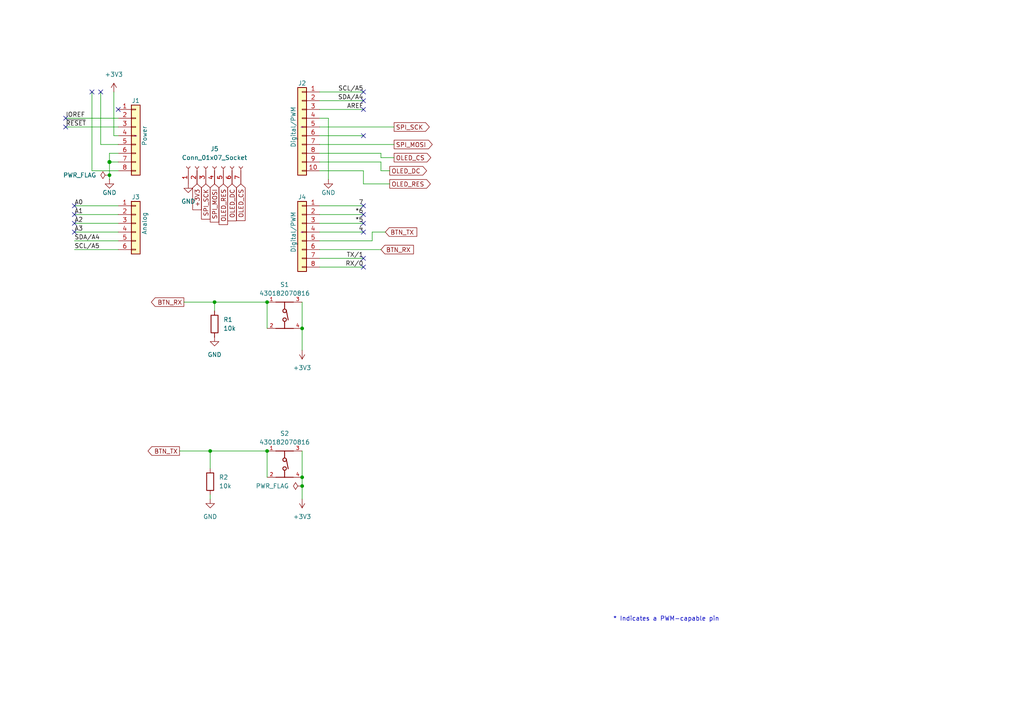
<source format=kicad_sch>
(kicad_sch
	(version 20250114)
	(generator "eeschema")
	(generator_version "9.0")
	(uuid "e63e39d7-6ac0-4ffd-8aa3-1841a4541b55")
	(paper "A4")
	(title_block
		(date "mar. 31 mars 2015")
	)
	(lib_symbols
		(symbol "430182070816:430182070816"
			(pin_names
				(offset 1.016)
				(hide yes)
			)
			(exclude_from_sim no)
			(in_bom yes)
			(on_board yes)
			(property "Reference" "S"
				(at 0 5.842 0)
				(effects
					(font
						(size 1.27 1.27)
					)
					(justify left bottom)
				)
			)
			(property "Value" "430182070816"
				(at 0 -5.08 0)
				(effects
					(font
						(size 1.27 1.27)
					)
					(justify left bottom)
				)
			)
			(property "Footprint" "430182070816"
				(at 0 0 0)
				(effects
					(font
						(size 1.27 1.27)
					)
					(justify left bottom)
					(hide yes)
				)
			)
			(property "Datasheet" ""
				(at 0 0 0)
				(effects
					(font
						(size 1.27 1.27)
					)
					(justify left bottom)
					(hide yes)
				)
			)
			(property "Description" ""
				(at 0 0 0)
				(effects
					(font
						(size 1.27 1.27)
					)
					(hide yes)
				)
			)
			(property "ki_locked" ""
				(at 0 0 0)
				(effects
					(font
						(size 1.27 1.27)
					)
				)
			)
			(symbol "430182070816_0_0"
				(polyline
					(pts
						(xy 0 5.08) (xy -2.54 5.08)
					)
					(stroke
						(width 0.254)
						(type solid)
					)
					(fill
						(type none)
					)
				)
				(polyline
					(pts
						(xy 0 3.175) (xy 0 5.08)
					)
					(stroke
						(width 0.254)
						(type solid)
					)
					(fill
						(type none)
					)
				)
				(circle
					(center 0 2.54)
					(radius 0.508)
					(stroke
						(width 0.254)
						(type solid)
					)
					(fill
						(type none)
					)
				)
				(circle
					(center 0 0)
					(radius 0.508)
					(stroke
						(width 0.254)
						(type solid)
					)
					(fill
						(type none)
					)
				)
				(polyline
					(pts
						(xy 0 -2.54) (xy -2.54 -2.54)
					)
					(stroke
						(width 0.254)
						(type solid)
					)
					(fill
						(type none)
					)
				)
				(polyline
					(pts
						(xy 0 -2.54) (xy 0 -0.635)
					)
					(stroke
						(width 0.254)
						(type solid)
					)
					(fill
						(type none)
					)
				)
				(polyline
					(pts
						(xy 0.4826 2.7432) (xy 1.0414 -0.0762)
					)
					(stroke
						(width 0.254)
						(type solid)
					)
					(fill
						(type none)
					)
				)
				(polyline
					(pts
						(xy 2.54 5.08) (xy 0 5.08)
					)
					(stroke
						(width 0.254)
						(type solid)
					)
					(fill
						(type none)
					)
				)
				(polyline
					(pts
						(xy 2.54 -2.54) (xy 0 -2.54)
					)
					(stroke
						(width 0.254)
						(type solid)
					)
					(fill
						(type none)
					)
				)
				(pin passive line
					(at -5.08 5.08 0)
					(length 2.54)
					(name "~"
						(effects
							(font
								(size 1.016 1.016)
							)
						)
					)
					(number "1"
						(effects
							(font
								(size 1.016 1.016)
							)
						)
					)
				)
				(pin passive line
					(at -5.08 -2.54 0)
					(length 2.54)
					(name "~"
						(effects
							(font
								(size 1.016 1.016)
							)
						)
					)
					(number "2"
						(effects
							(font
								(size 1.016 1.016)
							)
						)
					)
				)
				(pin passive line
					(at 5.08 5.08 180)
					(length 2.54)
					(name "~"
						(effects
							(font
								(size 1.016 1.016)
							)
						)
					)
					(number "3"
						(effects
							(font
								(size 1.016 1.016)
							)
						)
					)
				)
				(pin passive line
					(at 5.08 -2.54 180)
					(length 2.54)
					(name "~"
						(effects
							(font
								(size 1.016 1.016)
							)
						)
					)
					(number "4"
						(effects
							(font
								(size 1.016 1.016)
							)
						)
					)
				)
			)
			(embedded_fonts no)
		)
		(symbol "Connector:Conn_01x07_Socket"
			(pin_names
				(offset 1.016)
				(hide yes)
			)
			(exclude_from_sim no)
			(in_bom yes)
			(on_board yes)
			(property "Reference" "J"
				(at 0 10.16 0)
				(effects
					(font
						(size 1.27 1.27)
					)
				)
			)
			(property "Value" "Conn_01x07_Socket"
				(at 0 -10.16 0)
				(effects
					(font
						(size 1.27 1.27)
					)
				)
			)
			(property "Footprint" ""
				(at 0 0 0)
				(effects
					(font
						(size 1.27 1.27)
					)
					(hide yes)
				)
			)
			(property "Datasheet" "~"
				(at 0 0 0)
				(effects
					(font
						(size 1.27 1.27)
					)
					(hide yes)
				)
			)
			(property "Description" "Generic connector, single row, 01x07, script generated"
				(at 0 0 0)
				(effects
					(font
						(size 1.27 1.27)
					)
					(hide yes)
				)
			)
			(property "ki_locked" ""
				(at 0 0 0)
				(effects
					(font
						(size 1.27 1.27)
					)
				)
			)
			(property "ki_keywords" "connector"
				(at 0 0 0)
				(effects
					(font
						(size 1.27 1.27)
					)
					(hide yes)
				)
			)
			(property "ki_fp_filters" "Connector*:*_1x??_*"
				(at 0 0 0)
				(effects
					(font
						(size 1.27 1.27)
					)
					(hide yes)
				)
			)
			(symbol "Conn_01x07_Socket_1_1"
				(polyline
					(pts
						(xy -1.27 7.62) (xy -0.508 7.62)
					)
					(stroke
						(width 0.1524)
						(type default)
					)
					(fill
						(type none)
					)
				)
				(polyline
					(pts
						(xy -1.27 5.08) (xy -0.508 5.08)
					)
					(stroke
						(width 0.1524)
						(type default)
					)
					(fill
						(type none)
					)
				)
				(polyline
					(pts
						(xy -1.27 2.54) (xy -0.508 2.54)
					)
					(stroke
						(width 0.1524)
						(type default)
					)
					(fill
						(type none)
					)
				)
				(polyline
					(pts
						(xy -1.27 0) (xy -0.508 0)
					)
					(stroke
						(width 0.1524)
						(type default)
					)
					(fill
						(type none)
					)
				)
				(polyline
					(pts
						(xy -1.27 -2.54) (xy -0.508 -2.54)
					)
					(stroke
						(width 0.1524)
						(type default)
					)
					(fill
						(type none)
					)
				)
				(polyline
					(pts
						(xy -1.27 -5.08) (xy -0.508 -5.08)
					)
					(stroke
						(width 0.1524)
						(type default)
					)
					(fill
						(type none)
					)
				)
				(polyline
					(pts
						(xy -1.27 -7.62) (xy -0.508 -7.62)
					)
					(stroke
						(width 0.1524)
						(type default)
					)
					(fill
						(type none)
					)
				)
				(arc
					(start 0 7.112)
					(mid -0.5058 7.62)
					(end 0 8.128)
					(stroke
						(width 0.1524)
						(type default)
					)
					(fill
						(type none)
					)
				)
				(arc
					(start 0 4.572)
					(mid -0.5058 5.08)
					(end 0 5.588)
					(stroke
						(width 0.1524)
						(type default)
					)
					(fill
						(type none)
					)
				)
				(arc
					(start 0 2.032)
					(mid -0.5058 2.54)
					(end 0 3.048)
					(stroke
						(width 0.1524)
						(type default)
					)
					(fill
						(type none)
					)
				)
				(arc
					(start 0 -0.508)
					(mid -0.5058 0)
					(end 0 0.508)
					(stroke
						(width 0.1524)
						(type default)
					)
					(fill
						(type none)
					)
				)
				(arc
					(start 0 -3.048)
					(mid -0.5058 -2.54)
					(end 0 -2.032)
					(stroke
						(width 0.1524)
						(type default)
					)
					(fill
						(type none)
					)
				)
				(arc
					(start 0 -5.588)
					(mid -0.5058 -5.08)
					(end 0 -4.572)
					(stroke
						(width 0.1524)
						(type default)
					)
					(fill
						(type none)
					)
				)
				(arc
					(start 0 -8.128)
					(mid -0.5058 -7.62)
					(end 0 -7.112)
					(stroke
						(width 0.1524)
						(type default)
					)
					(fill
						(type none)
					)
				)
				(pin passive line
					(at -5.08 7.62 0)
					(length 3.81)
					(name "Pin_1"
						(effects
							(font
								(size 1.27 1.27)
							)
						)
					)
					(number "1"
						(effects
							(font
								(size 1.27 1.27)
							)
						)
					)
				)
				(pin passive line
					(at -5.08 5.08 0)
					(length 3.81)
					(name "Pin_2"
						(effects
							(font
								(size 1.27 1.27)
							)
						)
					)
					(number "2"
						(effects
							(font
								(size 1.27 1.27)
							)
						)
					)
				)
				(pin passive line
					(at -5.08 2.54 0)
					(length 3.81)
					(name "Pin_3"
						(effects
							(font
								(size 1.27 1.27)
							)
						)
					)
					(number "3"
						(effects
							(font
								(size 1.27 1.27)
							)
						)
					)
				)
				(pin passive line
					(at -5.08 0 0)
					(length 3.81)
					(name "Pin_4"
						(effects
							(font
								(size 1.27 1.27)
							)
						)
					)
					(number "4"
						(effects
							(font
								(size 1.27 1.27)
							)
						)
					)
				)
				(pin passive line
					(at -5.08 -2.54 0)
					(length 3.81)
					(name "Pin_5"
						(effects
							(font
								(size 1.27 1.27)
							)
						)
					)
					(number "5"
						(effects
							(font
								(size 1.27 1.27)
							)
						)
					)
				)
				(pin passive line
					(at -5.08 -5.08 0)
					(length 3.81)
					(name "Pin_6"
						(effects
							(font
								(size 1.27 1.27)
							)
						)
					)
					(number "6"
						(effects
							(font
								(size 1.27 1.27)
							)
						)
					)
				)
				(pin passive line
					(at -5.08 -7.62 0)
					(length 3.81)
					(name "Pin_7"
						(effects
							(font
								(size 1.27 1.27)
							)
						)
					)
					(number "7"
						(effects
							(font
								(size 1.27 1.27)
							)
						)
					)
				)
			)
			(embedded_fonts no)
		)
		(symbol "Connector_Generic:Conn_01x06"
			(pin_names
				(offset 1.016)
				(hide yes)
			)
			(exclude_from_sim no)
			(in_bom yes)
			(on_board yes)
			(property "Reference" "J"
				(at 0 7.62 0)
				(effects
					(font
						(size 1.27 1.27)
					)
				)
			)
			(property "Value" "Conn_01x06"
				(at 0 -10.16 0)
				(effects
					(font
						(size 1.27 1.27)
					)
				)
			)
			(property "Footprint" ""
				(at 0 0 0)
				(effects
					(font
						(size 1.27 1.27)
					)
					(hide yes)
				)
			)
			(property "Datasheet" "~"
				(at 0 0 0)
				(effects
					(font
						(size 1.27 1.27)
					)
					(hide yes)
				)
			)
			(property "Description" "Generic connector, single row, 01x06, script generated (kicad-library-utils/schlib/autogen/connector/)"
				(at 0 0 0)
				(effects
					(font
						(size 1.27 1.27)
					)
					(hide yes)
				)
			)
			(property "ki_keywords" "connector"
				(at 0 0 0)
				(effects
					(font
						(size 1.27 1.27)
					)
					(hide yes)
				)
			)
			(property "ki_fp_filters" "Connector*:*_1x??_*"
				(at 0 0 0)
				(effects
					(font
						(size 1.27 1.27)
					)
					(hide yes)
				)
			)
			(symbol "Conn_01x06_1_1"
				(rectangle
					(start -1.27 6.35)
					(end 1.27 -8.89)
					(stroke
						(width 0.254)
						(type default)
					)
					(fill
						(type background)
					)
				)
				(rectangle
					(start -1.27 5.207)
					(end 0 4.953)
					(stroke
						(width 0.1524)
						(type default)
					)
					(fill
						(type none)
					)
				)
				(rectangle
					(start -1.27 2.667)
					(end 0 2.413)
					(stroke
						(width 0.1524)
						(type default)
					)
					(fill
						(type none)
					)
				)
				(rectangle
					(start -1.27 0.127)
					(end 0 -0.127)
					(stroke
						(width 0.1524)
						(type default)
					)
					(fill
						(type none)
					)
				)
				(rectangle
					(start -1.27 -2.413)
					(end 0 -2.667)
					(stroke
						(width 0.1524)
						(type default)
					)
					(fill
						(type none)
					)
				)
				(rectangle
					(start -1.27 -4.953)
					(end 0 -5.207)
					(stroke
						(width 0.1524)
						(type default)
					)
					(fill
						(type none)
					)
				)
				(rectangle
					(start -1.27 -7.493)
					(end 0 -7.747)
					(stroke
						(width 0.1524)
						(type default)
					)
					(fill
						(type none)
					)
				)
				(pin passive line
					(at -5.08 5.08 0)
					(length 3.81)
					(name "Pin_1"
						(effects
							(font
								(size 1.27 1.27)
							)
						)
					)
					(number "1"
						(effects
							(font
								(size 1.27 1.27)
							)
						)
					)
				)
				(pin passive line
					(at -5.08 2.54 0)
					(length 3.81)
					(name "Pin_2"
						(effects
							(font
								(size 1.27 1.27)
							)
						)
					)
					(number "2"
						(effects
							(font
								(size 1.27 1.27)
							)
						)
					)
				)
				(pin passive line
					(at -5.08 0 0)
					(length 3.81)
					(name "Pin_3"
						(effects
							(font
								(size 1.27 1.27)
							)
						)
					)
					(number "3"
						(effects
							(font
								(size 1.27 1.27)
							)
						)
					)
				)
				(pin passive line
					(at -5.08 -2.54 0)
					(length 3.81)
					(name "Pin_4"
						(effects
							(font
								(size 1.27 1.27)
							)
						)
					)
					(number "4"
						(effects
							(font
								(size 1.27 1.27)
							)
						)
					)
				)
				(pin passive line
					(at -5.08 -5.08 0)
					(length 3.81)
					(name "Pin_5"
						(effects
							(font
								(size 1.27 1.27)
							)
						)
					)
					(number "5"
						(effects
							(font
								(size 1.27 1.27)
							)
						)
					)
				)
				(pin passive line
					(at -5.08 -7.62 0)
					(length 3.81)
					(name "Pin_6"
						(effects
							(font
								(size 1.27 1.27)
							)
						)
					)
					(number "6"
						(effects
							(font
								(size 1.27 1.27)
							)
						)
					)
				)
			)
			(embedded_fonts no)
		)
		(symbol "Connector_Generic:Conn_01x08"
			(pin_names
				(offset 1.016)
				(hide yes)
			)
			(exclude_from_sim no)
			(in_bom yes)
			(on_board yes)
			(property "Reference" "J"
				(at 0 10.16 0)
				(effects
					(font
						(size 1.27 1.27)
					)
				)
			)
			(property "Value" "Conn_01x08"
				(at 0 -12.7 0)
				(effects
					(font
						(size 1.27 1.27)
					)
				)
			)
			(property "Footprint" ""
				(at 0 0 0)
				(effects
					(font
						(size 1.27 1.27)
					)
					(hide yes)
				)
			)
			(property "Datasheet" "~"
				(at 0 0 0)
				(effects
					(font
						(size 1.27 1.27)
					)
					(hide yes)
				)
			)
			(property "Description" "Generic connector, single row, 01x08, script generated (kicad-library-utils/schlib/autogen/connector/)"
				(at 0 0 0)
				(effects
					(font
						(size 1.27 1.27)
					)
					(hide yes)
				)
			)
			(property "ki_keywords" "connector"
				(at 0 0 0)
				(effects
					(font
						(size 1.27 1.27)
					)
					(hide yes)
				)
			)
			(property "ki_fp_filters" "Connector*:*_1x??_*"
				(at 0 0 0)
				(effects
					(font
						(size 1.27 1.27)
					)
					(hide yes)
				)
			)
			(symbol "Conn_01x08_1_1"
				(rectangle
					(start -1.27 8.89)
					(end 1.27 -11.43)
					(stroke
						(width 0.254)
						(type default)
					)
					(fill
						(type background)
					)
				)
				(rectangle
					(start -1.27 7.747)
					(end 0 7.493)
					(stroke
						(width 0.1524)
						(type default)
					)
					(fill
						(type none)
					)
				)
				(rectangle
					(start -1.27 5.207)
					(end 0 4.953)
					(stroke
						(width 0.1524)
						(type default)
					)
					(fill
						(type none)
					)
				)
				(rectangle
					(start -1.27 2.667)
					(end 0 2.413)
					(stroke
						(width 0.1524)
						(type default)
					)
					(fill
						(type none)
					)
				)
				(rectangle
					(start -1.27 0.127)
					(end 0 -0.127)
					(stroke
						(width 0.1524)
						(type default)
					)
					(fill
						(type none)
					)
				)
				(rectangle
					(start -1.27 -2.413)
					(end 0 -2.667)
					(stroke
						(width 0.1524)
						(type default)
					)
					(fill
						(type none)
					)
				)
				(rectangle
					(start -1.27 -4.953)
					(end 0 -5.207)
					(stroke
						(width 0.1524)
						(type default)
					)
					(fill
						(type none)
					)
				)
				(rectangle
					(start -1.27 -7.493)
					(end 0 -7.747)
					(stroke
						(width 0.1524)
						(type default)
					)
					(fill
						(type none)
					)
				)
				(rectangle
					(start -1.27 -10.033)
					(end 0 -10.287)
					(stroke
						(width 0.1524)
						(type default)
					)
					(fill
						(type none)
					)
				)
				(pin passive line
					(at -5.08 7.62 0)
					(length 3.81)
					(name "Pin_1"
						(effects
							(font
								(size 1.27 1.27)
							)
						)
					)
					(number "1"
						(effects
							(font
								(size 1.27 1.27)
							)
						)
					)
				)
				(pin passive line
					(at -5.08 5.08 0)
					(length 3.81)
					(name "Pin_2"
						(effects
							(font
								(size 1.27 1.27)
							)
						)
					)
					(number "2"
						(effects
							(font
								(size 1.27 1.27)
							)
						)
					)
				)
				(pin passive line
					(at -5.08 2.54 0)
					(length 3.81)
					(name "Pin_3"
						(effects
							(font
								(size 1.27 1.27)
							)
						)
					)
					(number "3"
						(effects
							(font
								(size 1.27 1.27)
							)
						)
					)
				)
				(pin passive line
					(at -5.08 0 0)
					(length 3.81)
					(name "Pin_4"
						(effects
							(font
								(size 1.27 1.27)
							)
						)
					)
					(number "4"
						(effects
							(font
								(size 1.27 1.27)
							)
						)
					)
				)
				(pin passive line
					(at -5.08 -2.54 0)
					(length 3.81)
					(name "Pin_5"
						(effects
							(font
								(size 1.27 1.27)
							)
						)
					)
					(number "5"
						(effects
							(font
								(size 1.27 1.27)
							)
						)
					)
				)
				(pin passive line
					(at -5.08 -5.08 0)
					(length 3.81)
					(name "Pin_6"
						(effects
							(font
								(size 1.27 1.27)
							)
						)
					)
					(number "6"
						(effects
							(font
								(size 1.27 1.27)
							)
						)
					)
				)
				(pin passive line
					(at -5.08 -7.62 0)
					(length 3.81)
					(name "Pin_7"
						(effects
							(font
								(size 1.27 1.27)
							)
						)
					)
					(number "7"
						(effects
							(font
								(size 1.27 1.27)
							)
						)
					)
				)
				(pin passive line
					(at -5.08 -10.16 0)
					(length 3.81)
					(name "Pin_8"
						(effects
							(font
								(size 1.27 1.27)
							)
						)
					)
					(number "8"
						(effects
							(font
								(size 1.27 1.27)
							)
						)
					)
				)
			)
			(embedded_fonts no)
		)
		(symbol "Connector_Generic:Conn_01x10"
			(pin_names
				(offset 1.016)
				(hide yes)
			)
			(exclude_from_sim no)
			(in_bom yes)
			(on_board yes)
			(property "Reference" "J"
				(at 0 12.7 0)
				(effects
					(font
						(size 1.27 1.27)
					)
				)
			)
			(property "Value" "Conn_01x10"
				(at 0 -15.24 0)
				(effects
					(font
						(size 1.27 1.27)
					)
				)
			)
			(property "Footprint" ""
				(at 0 0 0)
				(effects
					(font
						(size 1.27 1.27)
					)
					(hide yes)
				)
			)
			(property "Datasheet" "~"
				(at 0 0 0)
				(effects
					(font
						(size 1.27 1.27)
					)
					(hide yes)
				)
			)
			(property "Description" "Generic connector, single row, 01x10, script generated (kicad-library-utils/schlib/autogen/connector/)"
				(at 0 0 0)
				(effects
					(font
						(size 1.27 1.27)
					)
					(hide yes)
				)
			)
			(property "ki_keywords" "connector"
				(at 0 0 0)
				(effects
					(font
						(size 1.27 1.27)
					)
					(hide yes)
				)
			)
			(property "ki_fp_filters" "Connector*:*_1x??_*"
				(at 0 0 0)
				(effects
					(font
						(size 1.27 1.27)
					)
					(hide yes)
				)
			)
			(symbol "Conn_01x10_1_1"
				(rectangle
					(start -1.27 11.43)
					(end 1.27 -13.97)
					(stroke
						(width 0.254)
						(type default)
					)
					(fill
						(type background)
					)
				)
				(rectangle
					(start -1.27 10.287)
					(end 0 10.033)
					(stroke
						(width 0.1524)
						(type default)
					)
					(fill
						(type none)
					)
				)
				(rectangle
					(start -1.27 7.747)
					(end 0 7.493)
					(stroke
						(width 0.1524)
						(type default)
					)
					(fill
						(type none)
					)
				)
				(rectangle
					(start -1.27 5.207)
					(end 0 4.953)
					(stroke
						(width 0.1524)
						(type default)
					)
					(fill
						(type none)
					)
				)
				(rectangle
					(start -1.27 2.667)
					(end 0 2.413)
					(stroke
						(width 0.1524)
						(type default)
					)
					(fill
						(type none)
					)
				)
				(rectangle
					(start -1.27 0.127)
					(end 0 -0.127)
					(stroke
						(width 0.1524)
						(type default)
					)
					(fill
						(type none)
					)
				)
				(rectangle
					(start -1.27 -2.413)
					(end 0 -2.667)
					(stroke
						(width 0.1524)
						(type default)
					)
					(fill
						(type none)
					)
				)
				(rectangle
					(start -1.27 -4.953)
					(end 0 -5.207)
					(stroke
						(width 0.1524)
						(type default)
					)
					(fill
						(type none)
					)
				)
				(rectangle
					(start -1.27 -7.493)
					(end 0 -7.747)
					(stroke
						(width 0.1524)
						(type default)
					)
					(fill
						(type none)
					)
				)
				(rectangle
					(start -1.27 -10.033)
					(end 0 -10.287)
					(stroke
						(width 0.1524)
						(type default)
					)
					(fill
						(type none)
					)
				)
				(rectangle
					(start -1.27 -12.573)
					(end 0 -12.827)
					(stroke
						(width 0.1524)
						(type default)
					)
					(fill
						(type none)
					)
				)
				(pin passive line
					(at -5.08 10.16 0)
					(length 3.81)
					(name "Pin_1"
						(effects
							(font
								(size 1.27 1.27)
							)
						)
					)
					(number "1"
						(effects
							(font
								(size 1.27 1.27)
							)
						)
					)
				)
				(pin passive line
					(at -5.08 7.62 0)
					(length 3.81)
					(name "Pin_2"
						(effects
							(font
								(size 1.27 1.27)
							)
						)
					)
					(number "2"
						(effects
							(font
								(size 1.27 1.27)
							)
						)
					)
				)
				(pin passive line
					(at -5.08 5.08 0)
					(length 3.81)
					(name "Pin_3"
						(effects
							(font
								(size 1.27 1.27)
							)
						)
					)
					(number "3"
						(effects
							(font
								(size 1.27 1.27)
							)
						)
					)
				)
				(pin passive line
					(at -5.08 2.54 0)
					(length 3.81)
					(name "Pin_4"
						(effects
							(font
								(size 1.27 1.27)
							)
						)
					)
					(number "4"
						(effects
							(font
								(size 1.27 1.27)
							)
						)
					)
				)
				(pin passive line
					(at -5.08 0 0)
					(length 3.81)
					(name "Pin_5"
						(effects
							(font
								(size 1.27 1.27)
							)
						)
					)
					(number "5"
						(effects
							(font
								(size 1.27 1.27)
							)
						)
					)
				)
				(pin passive line
					(at -5.08 -2.54 0)
					(length 3.81)
					(name "Pin_6"
						(effects
							(font
								(size 1.27 1.27)
							)
						)
					)
					(number "6"
						(effects
							(font
								(size 1.27 1.27)
							)
						)
					)
				)
				(pin passive line
					(at -5.08 -5.08 0)
					(length 3.81)
					(name "Pin_7"
						(effects
							(font
								(size 1.27 1.27)
							)
						)
					)
					(number "7"
						(effects
							(font
								(size 1.27 1.27)
							)
						)
					)
				)
				(pin passive line
					(at -5.08 -7.62 0)
					(length 3.81)
					(name "Pin_8"
						(effects
							(font
								(size 1.27 1.27)
							)
						)
					)
					(number "8"
						(effects
							(font
								(size 1.27 1.27)
							)
						)
					)
				)
				(pin passive line
					(at -5.08 -10.16 0)
					(length 3.81)
					(name "Pin_9"
						(effects
							(font
								(size 1.27 1.27)
							)
						)
					)
					(number "9"
						(effects
							(font
								(size 1.27 1.27)
							)
						)
					)
				)
				(pin passive line
					(at -5.08 -12.7 0)
					(length 3.81)
					(name "Pin_10"
						(effects
							(font
								(size 1.27 1.27)
							)
						)
					)
					(number "10"
						(effects
							(font
								(size 1.27 1.27)
							)
						)
					)
				)
			)
			(embedded_fonts no)
		)
		(symbol "Device:R"
			(pin_numbers
				(hide yes)
			)
			(pin_names
				(offset 0)
			)
			(exclude_from_sim no)
			(in_bom yes)
			(on_board yes)
			(property "Reference" "R"
				(at 2.032 0 90)
				(effects
					(font
						(size 1.27 1.27)
					)
				)
			)
			(property "Value" "R"
				(at 0 0 90)
				(effects
					(font
						(size 1.27 1.27)
					)
				)
			)
			(property "Footprint" ""
				(at -1.778 0 90)
				(effects
					(font
						(size 1.27 1.27)
					)
					(hide yes)
				)
			)
			(property "Datasheet" "~"
				(at 0 0 0)
				(effects
					(font
						(size 1.27 1.27)
					)
					(hide yes)
				)
			)
			(property "Description" "Resistor"
				(at 0 0 0)
				(effects
					(font
						(size 1.27 1.27)
					)
					(hide yes)
				)
			)
			(property "ki_keywords" "R res resistor"
				(at 0 0 0)
				(effects
					(font
						(size 1.27 1.27)
					)
					(hide yes)
				)
			)
			(property "ki_fp_filters" "R_*"
				(at 0 0 0)
				(effects
					(font
						(size 1.27 1.27)
					)
					(hide yes)
				)
			)
			(symbol "R_0_1"
				(rectangle
					(start -1.016 -2.54)
					(end 1.016 2.54)
					(stroke
						(width 0.254)
						(type default)
					)
					(fill
						(type none)
					)
				)
			)
			(symbol "R_1_1"
				(pin passive line
					(at 0 3.81 270)
					(length 1.27)
					(name "~"
						(effects
							(font
								(size 1.27 1.27)
							)
						)
					)
					(number "1"
						(effects
							(font
								(size 1.27 1.27)
							)
						)
					)
				)
				(pin passive line
					(at 0 -3.81 90)
					(length 1.27)
					(name "~"
						(effects
							(font
								(size 1.27 1.27)
							)
						)
					)
					(number "2"
						(effects
							(font
								(size 1.27 1.27)
							)
						)
					)
				)
			)
			(embedded_fonts no)
		)
		(symbol "power:GND"
			(power)
			(pin_numbers
				(hide yes)
			)
			(pin_names
				(offset 0)
				(hide yes)
			)
			(exclude_from_sim no)
			(in_bom yes)
			(on_board yes)
			(property "Reference" "#PWR"
				(at 0 -6.35 0)
				(effects
					(font
						(size 1.27 1.27)
					)
					(hide yes)
				)
			)
			(property "Value" "GND"
				(at 0 -3.81 0)
				(effects
					(font
						(size 1.27 1.27)
					)
				)
			)
			(property "Footprint" ""
				(at 0 0 0)
				(effects
					(font
						(size 1.27 1.27)
					)
					(hide yes)
				)
			)
			(property "Datasheet" ""
				(at 0 0 0)
				(effects
					(font
						(size 1.27 1.27)
					)
					(hide yes)
				)
			)
			(property "Description" "Power symbol creates a global label with name \"GND\" , ground"
				(at 0 0 0)
				(effects
					(font
						(size 1.27 1.27)
					)
					(hide yes)
				)
			)
			(property "ki_keywords" "global power"
				(at 0 0 0)
				(effects
					(font
						(size 1.27 1.27)
					)
					(hide yes)
				)
			)
			(symbol "GND_0_1"
				(polyline
					(pts
						(xy 0 0) (xy 0 -1.27) (xy 1.27 -1.27) (xy 0 -2.54) (xy -1.27 -1.27) (xy 0 -1.27)
					)
					(stroke
						(width 0)
						(type default)
					)
					(fill
						(type none)
					)
				)
			)
			(symbol "GND_1_1"
				(pin power_in line
					(at 0 0 270)
					(length 0)
					(name "~"
						(effects
							(font
								(size 1.27 1.27)
							)
						)
					)
					(number "1"
						(effects
							(font
								(size 1.27 1.27)
							)
						)
					)
				)
			)
			(embedded_fonts no)
		)
		(symbol "power:PWR_FLAG"
			(power)
			(pin_numbers
				(hide yes)
			)
			(pin_names
				(offset 0)
				(hide yes)
			)
			(exclude_from_sim no)
			(in_bom yes)
			(on_board yes)
			(property "Reference" "#FLG"
				(at 0 1.905 0)
				(effects
					(font
						(size 1.27 1.27)
					)
					(hide yes)
				)
			)
			(property "Value" "PWR_FLAG"
				(at 0 3.81 0)
				(effects
					(font
						(size 1.27 1.27)
					)
				)
			)
			(property "Footprint" ""
				(at 0 0 0)
				(effects
					(font
						(size 1.27 1.27)
					)
					(hide yes)
				)
			)
			(property "Datasheet" "~"
				(at 0 0 0)
				(effects
					(font
						(size 1.27 1.27)
					)
					(hide yes)
				)
			)
			(property "Description" "Special symbol for telling ERC where power comes from"
				(at 0 0 0)
				(effects
					(font
						(size 1.27 1.27)
					)
					(hide yes)
				)
			)
			(property "ki_keywords" "flag power"
				(at 0 0 0)
				(effects
					(font
						(size 1.27 1.27)
					)
					(hide yes)
				)
			)
			(symbol "PWR_FLAG_0_0"
				(pin power_out line
					(at 0 0 90)
					(length 0)
					(name "~"
						(effects
							(font
								(size 1.27 1.27)
							)
						)
					)
					(number "1"
						(effects
							(font
								(size 1.27 1.27)
							)
						)
					)
				)
			)
			(symbol "PWR_FLAG_0_1"
				(polyline
					(pts
						(xy 0 0) (xy 0 1.27) (xy -1.016 1.905) (xy 0 2.54) (xy 1.016 1.905) (xy 0 1.27)
					)
					(stroke
						(width 0)
						(type default)
					)
					(fill
						(type none)
					)
				)
			)
			(embedded_fonts no)
		)
		(symbol "power:VCC"
			(power)
			(pin_numbers
				(hide yes)
			)
			(pin_names
				(offset 0)
				(hide yes)
			)
			(exclude_from_sim no)
			(in_bom yes)
			(on_board yes)
			(property "Reference" "#PWR"
				(at 0 -3.81 0)
				(effects
					(font
						(size 1.27 1.27)
					)
					(hide yes)
				)
			)
			(property "Value" "VCC"
				(at 0 3.556 0)
				(effects
					(font
						(size 1.27 1.27)
					)
				)
			)
			(property "Footprint" ""
				(at 0 0 0)
				(effects
					(font
						(size 1.27 1.27)
					)
					(hide yes)
				)
			)
			(property "Datasheet" ""
				(at 0 0 0)
				(effects
					(font
						(size 1.27 1.27)
					)
					(hide yes)
				)
			)
			(property "Description" "Power symbol creates a global label with name \"VCC\""
				(at 0 0 0)
				(effects
					(font
						(size 1.27 1.27)
					)
					(hide yes)
				)
			)
			(property "ki_keywords" "global power"
				(at 0 0 0)
				(effects
					(font
						(size 1.27 1.27)
					)
					(hide yes)
				)
			)
			(symbol "VCC_0_1"
				(polyline
					(pts
						(xy -0.762 1.27) (xy 0 2.54)
					)
					(stroke
						(width 0)
						(type default)
					)
					(fill
						(type none)
					)
				)
				(polyline
					(pts
						(xy 0 2.54) (xy 0.762 1.27)
					)
					(stroke
						(width 0)
						(type default)
					)
					(fill
						(type none)
					)
				)
				(polyline
					(pts
						(xy 0 0) (xy 0 2.54)
					)
					(stroke
						(width 0)
						(type default)
					)
					(fill
						(type none)
					)
				)
			)
			(symbol "VCC_1_1"
				(pin power_in line
					(at 0 0 90)
					(length 0)
					(name "~"
						(effects
							(font
								(size 1.27 1.27)
							)
						)
					)
					(number "1"
						(effects
							(font
								(size 1.27 1.27)
							)
						)
					)
				)
			)
			(embedded_fonts no)
		)
	)
	(text "* Indicates a PWM-capable pin"
		(exclude_from_sim no)
		(at 177.8 180.34 0)
		(effects
			(font
				(size 1.27 1.27)
			)
			(justify left bottom)
		)
		(uuid "c364973a-9a67-4667-8185-a3a5c6c6cbdf")
	)
	(junction
		(at 87.63 138.43)
		(diameter 0)
		(color 0 0 0 0)
		(uuid "0542d71c-aa72-4f8c-9f59-3dbd6c93987f")
	)
	(junction
		(at 77.47 87.63)
		(diameter 0)
		(color 0 0 0 0)
		(uuid "177158cc-dc0a-49e2-9b3c-b8c44d9fddfd")
	)
	(junction
		(at 60.96 130.81)
		(diameter 0)
		(color 0 0 0 0)
		(uuid "301fd521-ee00-4a9f-82a9-a1aec92710f9")
	)
	(junction
		(at 31.75 46.99)
		(diameter 1.016)
		(color 0 0 0 0)
		(uuid "3dcc657b-55a1-48e0-9667-e01e7b6b08b5")
	)
	(junction
		(at 77.47 130.81)
		(diameter 0)
		(color 0 0 0 0)
		(uuid "5e2765f3-d5a0-4b3f-9120-ecf3befb9572")
	)
	(junction
		(at 62.23 87.63)
		(diameter 0)
		(color 0 0 0 0)
		(uuid "66f23ba8-949f-44e0-b03c-2db03a173906")
	)
	(junction
		(at 31.75 50.8)
		(diameter 0)
		(color 0 0 0 0)
		(uuid "a6da4f7c-660b-4fb6-84f6-c6e85c18b515")
	)
	(junction
		(at 87.63 95.25)
		(diameter 0)
		(color 0 0 0 0)
		(uuid "c60eca51-bb3d-4976-b14b-5e28a1d6e52d")
	)
	(junction
		(at 87.63 140.97)
		(diameter 0)
		(color 0 0 0 0)
		(uuid "fa75dcfc-286d-45a4-a273-1f1cc1437212")
	)
	(no_connect
		(at 21.59 59.69)
		(uuid "10ba73f9-3564-4200-8f78-5540fa5ae368")
	)
	(no_connect
		(at 26.67 26.67)
		(uuid "1e5e4336-ec65-4a44-ad27-61758eb1af1e")
	)
	(no_connect
		(at 21.59 62.23)
		(uuid "21ad60eb-b563-4a7c-b7d4-92a616681605")
	)
	(no_connect
		(at 105.41 77.47)
		(uuid "42ab4cda-4f16-4160-a9de-d76f0d24b47b")
	)
	(no_connect
		(at 105.41 31.75)
		(uuid "5e846235-3e90-4873-9848-e61e49d16755")
	)
	(no_connect
		(at 105.41 29.21)
		(uuid "6eca4fe4-41a0-404d-beac-f03feeff6d28")
	)
	(no_connect
		(at 21.59 67.31)
		(uuid "79b09422-b9b7-42db-a41c-b7e3891b6197")
	)
	(no_connect
		(at 105.41 67.31)
		(uuid "7b6d3d48-b97f-4dbc-a722-1c0bfecbc71f")
	)
	(no_connect
		(at 105.41 62.23)
		(uuid "854952a5-9f59-4b26-8fe2-93c34aff90c8")
	)
	(no_connect
		(at 105.41 64.77)
		(uuid "87fae640-87cf-4980-b5bb-468ccb54d747")
	)
	(no_connect
		(at 105.41 39.37)
		(uuid "8fa3cc46-acb9-4bba-9c2c-5884062aa8f4")
	)
	(no_connect
		(at 21.59 64.77)
		(uuid "b2fe501c-2f4b-4369-bf0a-996b8e70ca17")
	)
	(no_connect
		(at 105.41 26.67)
		(uuid "cff23db5-9ef8-4e12-a780-8900a17bf6f2")
	)
	(no_connect
		(at 29.21 26.67)
		(uuid "e0586156-140e-4485-bf94-d3d91bf51ddc")
	)
	(no_connect
		(at 105.41 59.69)
		(uuid "e77f4498-80b7-406b-b55c-f63f19f23a30")
	)
	(no_connect
		(at 19.05 36.83)
		(uuid "ec204372-04a3-4916-8af8-56062909047e")
	)
	(no_connect
		(at 105.41 74.93)
		(uuid "ecbbd830-59f5-49a1-9b32-16964a53d218")
	)
	(no_connect
		(at 34.29 31.75)
		(uuid "f2199f37-62f4-4bce-87fe-c6de99640fa8")
	)
	(no_connect
		(at 19.05 34.29)
		(uuid "fe0ab0e2-a91b-4c55-a442-53e1fe7f2328")
	)
	(wire
		(pts
			(xy 92.71 77.47) (xy 105.41 77.47)
		)
		(stroke
			(width 0)
			(type solid)
		)
		(uuid "010ba307-2067-49d3-b0fa-6414143f3fc2")
	)
	(wire
		(pts
			(xy 110.49 45.72) (xy 114.3 45.72)
		)
		(stroke
			(width 0)
			(type solid)
		)
		(uuid "09480ba4-37da-45e3-b9fe-6beebf876349")
	)
	(wire
		(pts
			(xy 92.71 26.67) (xy 105.41 26.67)
		)
		(stroke
			(width 0)
			(type solid)
		)
		(uuid "0f5d2189-4ead-42fa-8f7a-cfa3af4de132")
	)
	(wire
		(pts
			(xy 31.75 44.45) (xy 31.75 46.99)
		)
		(stroke
			(width 0)
			(type solid)
		)
		(uuid "1c31b835-925f-4a5c-92df-8f2558bb711b")
	)
	(wire
		(pts
			(xy 87.63 95.25) (xy 87.63 101.6)
		)
		(stroke
			(width 0)
			(type default)
		)
		(uuid "1de7c0a7-0e8c-4b12-ab9c-1221a25780f4")
	)
	(wire
		(pts
			(xy 87.63 138.43) (xy 87.63 140.97)
		)
		(stroke
			(width 0)
			(type default)
		)
		(uuid "20031b31-df49-4444-bd7a-78ef1ab838cb")
	)
	(wire
		(pts
			(xy 21.59 72.39) (xy 34.29 72.39)
		)
		(stroke
			(width 0)
			(type solid)
		)
		(uuid "20854542-d0b0-4be7-af02-0e5fceb34e01")
	)
	(wire
		(pts
			(xy 31.75 46.99) (xy 31.75 50.8)
		)
		(stroke
			(width 0)
			(type solid)
		)
		(uuid "2df788b2-ce68-49bc-a497-4b6570a17f30")
	)
	(wire
		(pts
			(xy 33.02 39.37) (xy 34.29 39.37)
		)
		(stroke
			(width 0)
			(type solid)
		)
		(uuid "3334b11d-5a13-40b4-a117-d693c543e4ab")
	)
	(wire
		(pts
			(xy 29.21 41.91) (xy 34.29 41.91)
		)
		(stroke
			(width 0)
			(type solid)
		)
		(uuid "3661f80c-fef8-4441-83be-df8930b3b45e")
	)
	(wire
		(pts
			(xy 77.47 130.81) (xy 77.47 138.43)
		)
		(stroke
			(width 0)
			(type default)
		)
		(uuid "3c68baeb-6491-4143-8338-d6ccd13e4629")
	)
	(wire
		(pts
			(xy 92.71 36.83) (xy 114.3 36.83)
		)
		(stroke
			(width 0)
			(type solid)
		)
		(uuid "4227fa6f-c399-4f14-8228-23e39d2b7e7d")
	)
	(wire
		(pts
			(xy 60.96 130.81) (xy 77.47 130.81)
		)
		(stroke
			(width 0)
			(type default)
		)
		(uuid "427076f5-942b-4f95-825c-632c03a1869d")
	)
	(wire
		(pts
			(xy 33.02 26.67) (xy 33.02 39.37)
		)
		(stroke
			(width 0)
			(type solid)
		)
		(uuid "442fb4de-4d55-45de-bc27-3e6222ceb890")
	)
	(wire
		(pts
			(xy 92.71 59.69) (xy 105.41 59.69)
		)
		(stroke
			(width 0)
			(type solid)
		)
		(uuid "4455ee2e-5642-42c1-a83b-f7e65fa0c2f1")
	)
	(wire
		(pts
			(xy 34.29 59.69) (xy 21.59 59.69)
		)
		(stroke
			(width 0)
			(type solid)
		)
		(uuid "486ca832-85f4-4989-b0f4-569faf9be534")
	)
	(wire
		(pts
			(xy 92.71 39.37) (xy 105.41 39.37)
		)
		(stroke
			(width 0)
			(type solid)
		)
		(uuid "4a910b57-a5cd-4105-ab4f-bde2a80d4f00")
	)
	(wire
		(pts
			(xy 92.71 62.23) (xy 105.41 62.23)
		)
		(stroke
			(width 0)
			(type solid)
		)
		(uuid "4e60e1af-19bd-45a0-b418-b7030b594dde")
	)
	(wire
		(pts
			(xy 107.95 67.31) (xy 107.95 69.85)
		)
		(stroke
			(width 0)
			(type solid)
		)
		(uuid "51b91a69-3bb7-4222-a85f-72bc50766ff1")
	)
	(wire
		(pts
			(xy 77.47 87.63) (xy 77.47 95.25)
		)
		(stroke
			(width 0)
			(type default)
		)
		(uuid "64625db9-7483-4b04-a821-9ccaa8cfbc8b")
	)
	(wire
		(pts
			(xy 92.71 67.31) (xy 105.41 67.31)
		)
		(stroke
			(width 0)
			(type solid)
		)
		(uuid "6bb3ea5f-9e60-4add-9d97-244be2cf61d2")
	)
	(wire
		(pts
			(xy 60.96 130.81) (xy 60.96 135.89)
		)
		(stroke
			(width 0)
			(type default)
		)
		(uuid "729364a6-8a23-4cc6-90ad-a6e21520f1b5")
	)
	(wire
		(pts
			(xy 19.05 34.29) (xy 34.29 34.29)
		)
		(stroke
			(width 0)
			(type solid)
		)
		(uuid "73d4774c-1387-4550-b580-a1cc0ac89b89")
	)
	(wire
		(pts
			(xy 52.07 130.81) (xy 60.96 130.81)
		)
		(stroke
			(width 0)
			(type default)
		)
		(uuid "7522fe2f-672b-4fe7-85cf-22e78d6c1c8a")
	)
	(wire
		(pts
			(xy 87.63 130.81) (xy 87.63 138.43)
		)
		(stroke
			(width 0)
			(type default)
		)
		(uuid "75c5a1c4-1bf4-41e2-801a-78360f68958b")
	)
	(wire
		(pts
			(xy 92.71 46.99) (xy 110.49 46.99)
		)
		(stroke
			(width 0)
			(type solid)
		)
		(uuid "7a8d56ec-8394-4168-a03c-58c0b875c4b9")
	)
	(wire
		(pts
			(xy 62.23 87.63) (xy 77.47 87.63)
		)
		(stroke
			(width 0)
			(type default)
		)
		(uuid "7db356e6-9f55-4df5-a174-eb1bce9a98f2")
	)
	(wire
		(pts
			(xy 95.25 34.29) (xy 95.25 52.07)
		)
		(stroke
			(width 0)
			(type solid)
		)
		(uuid "84ce350c-b0c1-4e69-9ab2-f7ec7b8bb312")
	)
	(wire
		(pts
			(xy 92.71 31.75) (xy 105.41 31.75)
		)
		(stroke
			(width 0)
			(type solid)
		)
		(uuid "8a3d35a2-f0f6-4dec-a606-7c8e288ca828")
	)
	(wire
		(pts
			(xy 62.23 87.63) (xy 62.23 90.17)
		)
		(stroke
			(width 0)
			(type default)
		)
		(uuid "8d0fc140-7b68-4bfd-a493-53369c2be09a")
	)
	(wire
		(pts
			(xy 110.49 44.45) (xy 92.71 44.45)
		)
		(stroke
			(width 0)
			(type solid)
		)
		(uuid "8dbfe231-fd18-4ae8-9306-a5aeb803c53f")
	)
	(wire
		(pts
			(xy 87.63 140.97) (xy 87.63 144.78)
		)
		(stroke
			(width 0)
			(type default)
		)
		(uuid "91278409-8d5d-405e-8eb2-ce191217edd1")
	)
	(wire
		(pts
			(xy 34.29 64.77) (xy 21.59 64.77)
		)
		(stroke
			(width 0)
			(type solid)
		)
		(uuid "9377eb1a-3b12-438c-8ebd-f86ace1e8d25")
	)
	(wire
		(pts
			(xy 19.05 36.83) (xy 34.29 36.83)
		)
		(stroke
			(width 0)
			(type solid)
		)
		(uuid "93e52853-9d1e-4afe-aee8-b825ab9f5d09")
	)
	(wire
		(pts
			(xy 34.29 46.99) (xy 31.75 46.99)
		)
		(stroke
			(width 0)
			(type solid)
		)
		(uuid "97df9ac9-dbb8-472e-b84f-3684d0eb5efc")
	)
	(wire
		(pts
			(xy 105.41 53.34) (xy 105.41 49.53)
		)
		(stroke
			(width 0)
			(type default)
		)
		(uuid "9e712117-4958-4592-9d8e-656541d150c4")
	)
	(wire
		(pts
			(xy 87.63 87.63) (xy 87.63 95.25)
		)
		(stroke
			(width 0)
			(type default)
		)
		(uuid "a3f79a36-298e-4400-a145-ecce75f98140")
	)
	(wire
		(pts
			(xy 34.29 49.53) (xy 26.67 49.53)
		)
		(stroke
			(width 0)
			(type solid)
		)
		(uuid "a7518f9d-05df-4211-ba17-5d615f04ec46")
	)
	(wire
		(pts
			(xy 21.59 62.23) (xy 34.29 62.23)
		)
		(stroke
			(width 0)
			(type solid)
		)
		(uuid "aab97e46-23d6-4cbf-8684-537b94306d68")
	)
	(wire
		(pts
			(xy 110.49 45.72) (xy 110.49 44.45)
		)
		(stroke
			(width 0)
			(type solid)
		)
		(uuid "abb1e955-9e82-4555-ae72-55b71840d380")
	)
	(wire
		(pts
			(xy 60.96 143.51) (xy 60.96 144.78)
		)
		(stroke
			(width 0)
			(type default)
		)
		(uuid "bc54e6a0-77b3-42b8-823a-24bf767ccb1c")
	)
	(wire
		(pts
			(xy 92.71 34.29) (xy 95.25 34.29)
		)
		(stroke
			(width 0)
			(type solid)
		)
		(uuid "bcbc7302-8a54-4b9b-98b9-f277f1b20941")
	)
	(wire
		(pts
			(xy 34.29 44.45) (xy 31.75 44.45)
		)
		(stroke
			(width 0)
			(type solid)
		)
		(uuid "c12796ad-cf20-466f-9ab3-9cf441392c32")
	)
	(wire
		(pts
			(xy 92.71 41.91) (xy 114.3 41.91)
		)
		(stroke
			(width 0)
			(type solid)
		)
		(uuid "c722a1ff-12f1-49e5-88a4-44ffeb509ca2")
	)
	(wire
		(pts
			(xy 107.95 69.85) (xy 92.71 69.85)
		)
		(stroke
			(width 0)
			(type solid)
		)
		(uuid "cb0e2920-d45c-43e3-b125-d81649dd70bb")
	)
	(wire
		(pts
			(xy 31.75 50.8) (xy 31.75 52.07)
		)
		(stroke
			(width 0)
			(type solid)
		)
		(uuid "ce6d0fe4-e7e9-4fbb-9659-a47c1d11f9de")
	)
	(wire
		(pts
			(xy 92.71 64.77) (xy 105.41 64.77)
		)
		(stroke
			(width 0)
			(type solid)
		)
		(uuid "cfe99980-2d98-4372-b495-04c53027340b")
	)
	(wire
		(pts
			(xy 29.21 26.67) (xy 29.21 41.91)
		)
		(stroke
			(width 0)
			(type solid)
		)
		(uuid "d04e43a8-de31-4703-a17e-5fa5c9fc75a5")
	)
	(wire
		(pts
			(xy 21.59 67.31) (xy 34.29 67.31)
		)
		(stroke
			(width 0)
			(type solid)
		)
		(uuid "d3042136-2605-44b2-aebb-5484a9c90933")
	)
	(wire
		(pts
			(xy 105.41 49.53) (xy 92.71 49.53)
		)
		(stroke
			(width 0)
			(type solid)
		)
		(uuid "dc325803-382c-4485-964c-caa85133ee90")
	)
	(wire
		(pts
			(xy 110.49 49.53) (xy 110.49 46.99)
		)
		(stroke
			(width 0)
			(type default)
		)
		(uuid "dd6a6366-9706-4967-9e97-d1b7cdb31449")
	)
	(wire
		(pts
			(xy 92.71 29.21) (xy 105.41 29.21)
		)
		(stroke
			(width 0)
			(type solid)
		)
		(uuid "e7278977-132b-4777-9eb4-7d93363a4379")
	)
	(wire
		(pts
			(xy 92.71 72.39) (xy 110.49 72.39)
		)
		(stroke
			(width 0)
			(type solid)
		)
		(uuid "e9bdd59b-3252-4c44-a357-6fa1af0c210c")
	)
	(wire
		(pts
			(xy 110.49 49.53) (xy 113.03 49.53)
		)
		(stroke
			(width 0)
			(type default)
		)
		(uuid "eb4f4b0c-d750-4189-8028-799c100abded")
	)
	(wire
		(pts
			(xy 107.95 67.31) (xy 111.76 67.31)
		)
		(stroke
			(width 0)
			(type solid)
		)
		(uuid "ec76dcc9-9949-4dda-bd76-046204829cb4")
	)
	(wire
		(pts
			(xy 53.34 87.63) (xy 62.23 87.63)
		)
		(stroke
			(width 0)
			(type default)
		)
		(uuid "ed02ea2d-e447-4453-993a-a652a0e3d4fb")
	)
	(wire
		(pts
			(xy 92.71 74.93) (xy 105.41 74.93)
		)
		(stroke
			(width 0)
			(type solid)
		)
		(uuid "f853d1d4-c722-44df-98bf-4a6114204628")
	)
	(wire
		(pts
			(xy 26.67 49.53) (xy 26.67 26.67)
		)
		(stroke
			(width 0)
			(type solid)
		)
		(uuid "f8de70cd-e47d-4e80-8f3a-077e9df93aa8")
	)
	(wire
		(pts
			(xy 34.29 69.85) (xy 21.59 69.85)
		)
		(stroke
			(width 0)
			(type solid)
		)
		(uuid "fc39c32d-65b8-4d16-9db5-de89c54a1206")
	)
	(wire
		(pts
			(xy 105.41 53.34) (xy 113.03 53.34)
		)
		(stroke
			(width 0)
			(type solid)
		)
		(uuid "fe837306-92d0-4847-ad21-76c47ae932d1")
	)
	(label "RX{slash}0"
		(at 105.41 77.47 180)
		(effects
			(font
				(size 1.27 1.27)
			)
			(justify right bottom)
		)
		(uuid "01ea9310-cf66-436b-9b89-1a2f4237b59e")
	)
	(label "A2"
		(at 21.59 64.77 0)
		(effects
			(font
				(size 1.27 1.27)
			)
			(justify left bottom)
		)
		(uuid "09251fd4-af37-4d86-8951-1faaac710ffa")
	)
	(label "4"
		(at 105.41 67.31 180)
		(effects
			(font
				(size 1.27 1.27)
			)
			(justify right bottom)
		)
		(uuid "0d8cfe6d-11bf-42b9-9752-f9a5a76bce7e")
	)
	(label "A3"
		(at 21.59 67.31 0)
		(effects
			(font
				(size 1.27 1.27)
			)
			(justify left bottom)
		)
		(uuid "2c60ab74-0590-423b-8921-6f3212a358d2")
	)
	(label "~{RESET}"
		(at 19.05 36.83 0)
		(effects
			(font
				(size 1.27 1.27)
			)
			(justify left bottom)
		)
		(uuid "49585dba-cfa7-4813-841e-9d900d43ecf4")
	)
	(label "7"
		(at 105.41 59.69 180)
		(effects
			(font
				(size 1.27 1.27)
			)
			(justify right bottom)
		)
		(uuid "873d2c88-519e-482f-a3ed-2484e5f9417e")
	)
	(label "SDA{slash}A4"
		(at 105.41 29.21 180)
		(effects
			(font
				(size 1.27 1.27)
			)
			(justify right bottom)
		)
		(uuid "8885a9dc-224d-44c5-8601-05c1d9983e09")
	)
	(label "A1"
		(at 21.59 62.23 0)
		(effects
			(font
				(size 1.27 1.27)
			)
			(justify left bottom)
		)
		(uuid "acc9991b-1bdd-4544-9a08-4037937485cb")
	)
	(label "TX{slash}1"
		(at 105.41 74.93 180)
		(effects
			(font
				(size 1.27 1.27)
			)
			(justify right bottom)
		)
		(uuid "ae2c9582-b445-44bd-b371-7fc74f6cf852")
	)
	(label "A0"
		(at 21.59 59.69 0)
		(effects
			(font
				(size 1.27 1.27)
			)
			(justify left bottom)
		)
		(uuid "ba02dc27-26a3-4648-b0aa-06b6dcaf001f")
	)
	(label "AREF"
		(at 105.41 31.75 180)
		(effects
			(font
				(size 1.27 1.27)
			)
			(justify right bottom)
		)
		(uuid "bbf52cf8-6d97-4499-a9ee-3657cebcdabf")
	)
	(label "*6"
		(at 105.41 62.23 180)
		(effects
			(font
				(size 1.27 1.27)
			)
			(justify right bottom)
		)
		(uuid "c775d4e8-c37b-4e73-90c1-1c8d36333aac")
	)
	(label "SCL{slash}A5"
		(at 105.41 26.67 180)
		(effects
			(font
				(size 1.27 1.27)
			)
			(justify right bottom)
		)
		(uuid "cba886fc-172a-42fe-8e4c-daace6eaef8e")
	)
	(label "*5"
		(at 105.41 64.77 180)
		(effects
			(font
				(size 1.27 1.27)
			)
			(justify right bottom)
		)
		(uuid "d9a65242-9c26-45cd-9a55-3e69f0d77784")
	)
	(label "IOREF"
		(at 19.05 34.29 0)
		(effects
			(font
				(size 1.27 1.27)
			)
			(justify left bottom)
		)
		(uuid "de819ae4-b245-474b-a426-865ba877b8a2")
	)
	(label "SDA{slash}A4"
		(at 21.59 69.85 0)
		(effects
			(font
				(size 1.27 1.27)
			)
			(justify left bottom)
		)
		(uuid "e7ce99b8-ca22-4c56-9e55-39d32c709f3c")
	)
	(label "SCL{slash}A5"
		(at 21.59 72.39 0)
		(effects
			(font
				(size 1.27 1.27)
			)
			(justify left bottom)
		)
		(uuid "ea5aa60b-a25e-41a1-9e06-c7b6f957567f")
	)
	(global_label "+3V3"
		(shape input)
		(at 57.15 53.34 270)
		(fields_autoplaced yes)
		(effects
			(font
				(size 1.27 1.27)
			)
			(justify right)
		)
		(uuid "037d2001-7a0a-40c8-8cba-69ff6b0f61f6")
		(property "Intersheetrefs" "${INTERSHEET_REFS}"
			(at 57.15 61.5003 90)
			(effects
				(font
					(size 1.27 1.27)
				)
				(justify right)
				(hide yes)
			)
		)
	)
	(global_label "BTN_TX"
		(shape output)
		(at 52.07 130.81 180)
		(fields_autoplaced yes)
		(effects
			(font
				(size 1.27 1.27)
			)
			(justify right)
		)
		(uuid "18dcf497-7d5e-4e31-8cd8-d379ecb4e913")
		(property "Intersheetrefs" "${INTERSHEET_REFS}"
			(at 42.2769 130.81 0)
			(effects
				(font
					(size 1.27 1.27)
				)
				(justify right)
				(hide yes)
			)
		)
	)
	(global_label "BTN_RX"
		(shape input)
		(at 110.49 72.39 0)
		(fields_autoplaced yes)
		(effects
			(font
				(size 1.27 1.27)
			)
			(justify left)
		)
		(uuid "224e52c4-ffd9-43c6-a7f6-3e735b036dd2")
		(property "Intersheetrefs" "${INTERSHEET_REFS}"
			(at 120.5855 72.39 0)
			(effects
				(font
					(size 1.27 1.27)
				)
				(justify left)
				(hide yes)
			)
		)
	)
	(global_label "OLED_CS"
		(shape input)
		(at 69.85 53.34 270)
		(fields_autoplaced yes)
		(effects
			(font
				(size 1.27 1.27)
			)
			(justify right)
		)
		(uuid "2376e45f-cc46-4407-af8c-a307c244ff2a")
		(property "Intersheetrefs" "${INTERSHEET_REFS}"
			(at 69.85 64.645 90)
			(effects
				(font
					(size 1.27 1.27)
				)
				(justify right)
				(hide yes)
			)
		)
	)
	(global_label "BTN_TX"
		(shape input)
		(at 111.76 67.31 0)
		(fields_autoplaced yes)
		(effects
			(font
				(size 1.27 1.27)
			)
			(justify left)
		)
		(uuid "4f0dd670-c6ce-486e-ba1b-09468a14ea07")
		(property "Intersheetrefs" "${INTERSHEET_REFS}"
			(at 121.5531 67.31 0)
			(effects
				(font
					(size 1.27 1.27)
				)
				(justify left)
				(hide yes)
			)
		)
	)
	(global_label "OLED_CS"
		(shape output)
		(at 114.3 45.72 0)
		(fields_autoplaced yes)
		(effects
			(font
				(size 1.27 1.27)
			)
			(justify left)
		)
		(uuid "6c598cfb-f08d-4429-abd9-0ee3e2cbf8ca")
		(property "Intersheetrefs" "${INTERSHEET_REFS}"
			(at 125.605 45.72 0)
			(effects
				(font
					(size 1.27 1.27)
				)
				(justify left)
				(hide yes)
			)
		)
	)
	(global_label "SPI_MOSI"
		(shape input)
		(at 62.23 53.34 270)
		(fields_autoplaced yes)
		(effects
			(font
				(size 1.27 1.27)
			)
			(justify right)
		)
		(uuid "70a8dc68-dfb3-44a2-8001-ba80705c12c7")
		(property "Intersheetrefs" "${INTERSHEET_REFS}"
			(at 62.23 65.0684 90)
			(effects
				(font
					(size 1.27 1.27)
				)
				(justify right)
				(hide yes)
			)
		)
	)
	(global_label "OLED_DC"
		(shape output)
		(at 113.03 49.53 0)
		(fields_autoplaced yes)
		(effects
			(font
				(size 1.27 1.27)
			)
			(justify left)
		)
		(uuid "99693f78-1b67-432b-93dd-f95787dd2d1e")
		(property "Intersheetrefs" "${INTERSHEET_REFS}"
			(at 124.3955 49.53 0)
			(effects
				(font
					(size 1.27 1.27)
				)
				(justify left)
				(hide yes)
			)
		)
	)
	(global_label "SPI_MOSI"
		(shape output)
		(at 114.3 41.91 0)
		(fields_autoplaced yes)
		(effects
			(font
				(size 1.27 1.27)
			)
			(justify left)
		)
		(uuid "a22cbddc-4e23-4030-b859-9c48bb57cdcb")
		(property "Intersheetrefs" "${INTERSHEET_REFS}"
			(at 126.0284 41.91 0)
			(effects
				(font
					(size 1.27 1.27)
				)
				(justify left)
				(hide yes)
			)
		)
	)
	(global_label "OLED_DC"
		(shape input)
		(at 67.31 53.34 270)
		(fields_autoplaced yes)
		(effects
			(font
				(size 1.27 1.27)
			)
			(justify right)
		)
		(uuid "aed0d4e6-9508-4331-ab9d-22d1e3d359a5")
		(property "Intersheetrefs" "${INTERSHEET_REFS}"
			(at 67.31 64.7055 90)
			(effects
				(font
					(size 1.27 1.27)
				)
				(justify right)
				(hide yes)
			)
		)
	)
	(global_label "SPI_SCK"
		(shape input)
		(at 59.69 53.34 270)
		(fields_autoplaced yes)
		(effects
			(font
				(size 1.27 1.27)
			)
			(justify right)
		)
		(uuid "cf315425-2410-4a7f-b031-db33cb96b734")
		(property "Intersheetrefs" "${INTERSHEET_REFS}"
			(at 59.69 64.2217 90)
			(effects
				(font
					(size 1.27 1.27)
				)
				(justify right)
				(hide yes)
			)
		)
	)
	(global_label "OLED_RES"
		(shape input)
		(at 64.77 53.34 270)
		(fields_autoplaced yes)
		(effects
			(font
				(size 1.27 1.27)
			)
			(justify right)
		)
		(uuid "e3d154c8-1bb2-4ba4-8b1a-6cc3b6392841")
		(property "Intersheetrefs" "${INTERSHEET_REFS}"
			(at 64.77 65.794 90)
			(effects
				(font
					(size 1.27 1.27)
				)
				(justify right)
				(hide yes)
			)
		)
	)
	(global_label "OLED_RES"
		(shape output)
		(at 113.03 53.34 0)
		(fields_autoplaced yes)
		(effects
			(font
				(size 1.27 1.27)
			)
			(justify left)
		)
		(uuid "e5efbee7-e195-4efb-a780-956caeb924f7")
		(property "Intersheetrefs" "${INTERSHEET_REFS}"
			(at 125.484 53.34 0)
			(effects
				(font
					(size 1.27 1.27)
				)
				(justify left)
				(hide yes)
			)
		)
	)
	(global_label "SPI_SCK"
		(shape output)
		(at 114.3 36.83 0)
		(fields_autoplaced yes)
		(effects
			(font
				(size 1.27 1.27)
			)
			(justify left)
		)
		(uuid "edfa9b99-ea66-4c87-9fe5-b9c9561e4341")
		(property "Intersheetrefs" "${INTERSHEET_REFS}"
			(at 125.1817 36.83 0)
			(effects
				(font
					(size 1.27 1.27)
				)
				(justify left)
				(hide yes)
			)
		)
	)
	(global_label "BTN_RX"
		(shape output)
		(at 53.34 87.63 180)
		(fields_autoplaced yes)
		(effects
			(font
				(size 1.27 1.27)
			)
			(justify right)
		)
		(uuid "f9459760-a4f2-4aa6-98b1-745056ca30a3")
		(property "Intersheetrefs" "${INTERSHEET_REFS}"
			(at 43.2445 87.63 0)
			(effects
				(font
					(size 1.27 1.27)
				)
				(justify right)
				(hide yes)
			)
		)
	)
	(symbol
		(lib_id "Connector_Generic:Conn_01x08")
		(at 39.37 39.37 0)
		(unit 1)
		(exclude_from_sim no)
		(in_bom yes)
		(on_board yes)
		(dnp no)
		(uuid "00000000-0000-0000-0000-000056d71773")
		(property "Reference" "J1"
			(at 39.37 29.21 0)
			(effects
				(font
					(size 1.27 1.27)
				)
			)
		)
		(property "Value" "Power"
			(at 41.91 39.37 90)
			(effects
				(font
					(size 1.27 1.27)
				)
			)
		)
		(property "Footprint" "Connector_PinSocket_2.54mm:PinSocket_1x08_P2.54mm_Vertical"
			(at 39.37 39.37 0)
			(effects
				(font
					(size 1.27 1.27)
				)
				(hide yes)
			)
		)
		(property "Datasheet" "~"
			(at 39.37 39.37 0)
			(effects
				(font
					(size 1.27 1.27)
				)
			)
		)
		(property "Description" "Generic connector, single row, 01x08, script generated (kicad-library-utils/schlib/autogen/connector/)"
			(at 39.37 39.37 0)
			(effects
				(font
					(size 1.27 1.27)
				)
				(hide yes)
			)
		)
		(pin "1"
			(uuid "d4c02b7e-3be7-4193-a989-fb40130f3319")
		)
		(pin "2"
			(uuid "1d9f20f8-8d42-4e3d-aece-4c12cc80d0d3")
		)
		(pin "3"
			(uuid "4801b550-c773-45a3-9bc6-15a3e9341f08")
		)
		(pin "4"
			(uuid "fbe5a73e-5be6-45ba-85f2-2891508cd936")
		)
		(pin "5"
			(uuid "8f0d2977-6611-4bfc-9a74-1791861e9159")
		)
		(pin "6"
			(uuid "270f30a7-c159-467b-ab5f-aee66a24a8c7")
		)
		(pin "7"
			(uuid "760eb2a5-8bbd-4298-88f0-2b1528e020ff")
		)
		(pin "8"
			(uuid "6a44a55c-6ae0-4d79-b4a1-52d3e48a7065")
		)
		(instances
			(project "Arduino_Uno"
				(path "/e63e39d7-6ac0-4ffd-8aa3-1841a4541b55"
					(reference "J1")
					(unit 1)
				)
			)
		)
	)
	(symbol
		(lib_id "power:GND")
		(at 31.75 52.07 0)
		(unit 1)
		(exclude_from_sim no)
		(in_bom yes)
		(on_board yes)
		(dnp no)
		(uuid "00000000-0000-0000-0000-000056d721e6")
		(property "Reference" "#PWR04"
			(at 31.75 58.42 0)
			(effects
				(font
					(size 1.27 1.27)
				)
				(hide yes)
			)
		)
		(property "Value" "GND"
			(at 31.75 55.88 0)
			(effects
				(font
					(size 1.27 1.27)
				)
			)
		)
		(property "Footprint" ""
			(at 31.75 52.07 0)
			(effects
				(font
					(size 1.27 1.27)
				)
			)
		)
		(property "Datasheet" ""
			(at 31.75 52.07 0)
			(effects
				(font
					(size 1.27 1.27)
				)
			)
		)
		(property "Description" "Power symbol creates a global label with name \"GND\" , ground"
			(at 31.75 52.07 0)
			(effects
				(font
					(size 1.27 1.27)
				)
				(hide yes)
			)
		)
		(pin "1"
			(uuid "87fd47b6-2ebb-4b03-a4f0-be8b5717bf68")
		)
		(instances
			(project "Arduino_Uno"
				(path "/e63e39d7-6ac0-4ffd-8aa3-1841a4541b55"
					(reference "#PWR04")
					(unit 1)
				)
			)
		)
	)
	(symbol
		(lib_id "Connector_Generic:Conn_01x10")
		(at 87.63 36.83 0)
		(mirror y)
		(unit 1)
		(exclude_from_sim no)
		(in_bom yes)
		(on_board yes)
		(dnp no)
		(uuid "00000000-0000-0000-0000-000056d72368")
		(property "Reference" "J2"
			(at 87.63 24.13 0)
			(effects
				(font
					(size 1.27 1.27)
				)
			)
		)
		(property "Value" "Digital/PWM"
			(at 85.09 36.83 90)
			(effects
				(font
					(size 1.27 1.27)
				)
			)
		)
		(property "Footprint" "Connector_PinSocket_2.54mm:PinSocket_1x10_P2.54mm_Vertical"
			(at 87.63 36.83 0)
			(effects
				(font
					(size 1.27 1.27)
				)
				(hide yes)
			)
		)
		(property "Datasheet" "~"
			(at 87.63 36.83 0)
			(effects
				(font
					(size 1.27 1.27)
				)
			)
		)
		(property "Description" "Generic connector, single row, 01x10, script generated (kicad-library-utils/schlib/autogen/connector/)"
			(at 87.63 36.83 0)
			(effects
				(font
					(size 1.27 1.27)
				)
				(hide yes)
			)
		)
		(pin "1"
			(uuid "479c0210-c5dd-4420-aa63-d8c5247cc255")
		)
		(pin "10"
			(uuid "69b11fa8-6d66-48cf-aa54-1a3009033625")
		)
		(pin "2"
			(uuid "013a3d11-607f-4568-bbac-ce1ce9ce9f7a")
		)
		(pin "3"
			(uuid "92bea09f-8c05-493b-981e-5298e629b225")
		)
		(pin "4"
			(uuid "66c1cab1-9206-4430-914c-14dcf23db70f")
		)
		(pin "5"
			(uuid "e264de4a-49ca-4afe-b718-4f94ad734148")
		)
		(pin "6"
			(uuid "03467115-7f58-481b-9fbc-afb2550dd13c")
		)
		(pin "7"
			(uuid "9aa9dec0-f260-4bba-a6cf-25f804e6b111")
		)
		(pin "8"
			(uuid "a3a57bae-7391-4e6d-b628-e6aff8f8ed86")
		)
		(pin "9"
			(uuid "00a2e9f5-f40a-49ba-91e4-cbef19d3b42b")
		)
		(instances
			(project "Arduino_Uno"
				(path "/e63e39d7-6ac0-4ffd-8aa3-1841a4541b55"
					(reference "J2")
					(unit 1)
				)
			)
		)
	)
	(symbol
		(lib_id "power:GND")
		(at 95.25 52.07 0)
		(unit 1)
		(exclude_from_sim no)
		(in_bom yes)
		(on_board yes)
		(dnp no)
		(uuid "00000000-0000-0000-0000-000056d72a3d")
		(property "Reference" "#PWR05"
			(at 95.25 58.42 0)
			(effects
				(font
					(size 1.27 1.27)
				)
				(hide yes)
			)
		)
		(property "Value" "GND"
			(at 95.25 55.88 0)
			(effects
				(font
					(size 1.27 1.27)
				)
			)
		)
		(property "Footprint" ""
			(at 95.25 52.07 0)
			(effects
				(font
					(size 1.27 1.27)
				)
			)
		)
		(property "Datasheet" ""
			(at 95.25 52.07 0)
			(effects
				(font
					(size 1.27 1.27)
				)
			)
		)
		(property "Description" "Power symbol creates a global label with name \"GND\" , ground"
			(at 95.25 52.07 0)
			(effects
				(font
					(size 1.27 1.27)
				)
				(hide yes)
			)
		)
		(pin "1"
			(uuid "dcc7d892-ae5b-4d8f-ab19-e541f0cf0497")
		)
		(instances
			(project "Arduino_Uno"
				(path "/e63e39d7-6ac0-4ffd-8aa3-1841a4541b55"
					(reference "#PWR05")
					(unit 1)
				)
			)
		)
	)
	(symbol
		(lib_id "Connector_Generic:Conn_01x06")
		(at 39.37 64.77 0)
		(unit 1)
		(exclude_from_sim no)
		(in_bom yes)
		(on_board yes)
		(dnp no)
		(uuid "00000000-0000-0000-0000-000056d72f1c")
		(property "Reference" "J3"
			(at 39.37 57.15 0)
			(effects
				(font
					(size 1.27 1.27)
				)
			)
		)
		(property "Value" "Analog"
			(at 41.91 64.77 90)
			(effects
				(font
					(size 1.27 1.27)
				)
			)
		)
		(property "Footprint" "Connector_PinSocket_2.54mm:PinSocket_1x06_P2.54mm_Vertical"
			(at 39.37 64.77 0)
			(effects
				(font
					(size 1.27 1.27)
				)
				(hide yes)
			)
		)
		(property "Datasheet" "~"
			(at 39.37 64.77 0)
			(effects
				(font
					(size 1.27 1.27)
				)
				(hide yes)
			)
		)
		(property "Description" "Generic connector, single row, 01x06, script generated (kicad-library-utils/schlib/autogen/connector/)"
			(at 39.37 64.77 0)
			(effects
				(font
					(size 1.27 1.27)
				)
				(hide yes)
			)
		)
		(pin "1"
			(uuid "1e1d0a18-dba5-42d5-95e9-627b560e331d")
		)
		(pin "2"
			(uuid "11423bda-2cc6-48db-b907-033a5ced98b7")
		)
		(pin "3"
			(uuid "20a4b56c-be89-418e-a029-3b98e8beca2b")
		)
		(pin "4"
			(uuid "163db149-f951-4db7-8045-a808c21d7a66")
		)
		(pin "5"
			(uuid "d47b8a11-7971-42ed-a188-2ff9f0b98c7a")
		)
		(pin "6"
			(uuid "57b1224b-fab7-4047-863e-42b792ecf64b")
		)
		(instances
			(project "Arduino_Uno"
				(path "/e63e39d7-6ac0-4ffd-8aa3-1841a4541b55"
					(reference "J3")
					(unit 1)
				)
			)
		)
	)
	(symbol
		(lib_id "Connector_Generic:Conn_01x08")
		(at 87.63 67.31 0)
		(mirror y)
		(unit 1)
		(exclude_from_sim no)
		(in_bom yes)
		(on_board yes)
		(dnp no)
		(uuid "00000000-0000-0000-0000-000056d734d0")
		(property "Reference" "J4"
			(at 87.63 57.15 0)
			(effects
				(font
					(size 1.27 1.27)
				)
			)
		)
		(property "Value" "Digital/PWM"
			(at 85.09 67.31 90)
			(effects
				(font
					(size 1.27 1.27)
				)
			)
		)
		(property "Footprint" "Connector_PinSocket_2.54mm:PinSocket_1x08_P2.54mm_Vertical"
			(at 87.63 67.31 0)
			(effects
				(font
					(size 1.27 1.27)
				)
				(hide yes)
			)
		)
		(property "Datasheet" "~"
			(at 87.63 67.31 0)
			(effects
				(font
					(size 1.27 1.27)
				)
			)
		)
		(property "Description" "Generic connector, single row, 01x08, script generated (kicad-library-utils/schlib/autogen/connector/)"
			(at 87.63 67.31 0)
			(effects
				(font
					(size 1.27 1.27)
				)
				(hide yes)
			)
		)
		(pin "1"
			(uuid "5381a37b-26e9-4dc5-a1df-d5846cca7e02")
		)
		(pin "2"
			(uuid "a4e4eabd-ecd9-495d-83e1-d1e1e828ff74")
		)
		(pin "3"
			(uuid "b659d690-5ae4-4e88-8049-6e4694137cd1")
		)
		(pin "4"
			(uuid "01e4a515-1e76-4ac0-8443-cb9dae94686e")
		)
		(pin "5"
			(uuid "fadf7cf0-7a5e-4d79-8b36-09596a4f1208")
		)
		(pin "6"
			(uuid "848129ec-e7db-4164-95a7-d7b289ecb7c4")
		)
		(pin "7"
			(uuid "b7a20e44-a4b2-4578-93ae-e5a04c1f0135")
		)
		(pin "8"
			(uuid "c0cfa2f9-a894-4c72-b71e-f8c87c0a0712")
		)
		(instances
			(project "Arduino_Uno"
				(path "/e63e39d7-6ac0-4ffd-8aa3-1841a4541b55"
					(reference "J4")
					(unit 1)
				)
			)
		)
	)
	(symbol
		(lib_id "power:GND")
		(at 60.96 144.78 0)
		(unit 1)
		(exclude_from_sim no)
		(in_bom yes)
		(on_board yes)
		(dnp no)
		(fields_autoplaced yes)
		(uuid "0dbdd3ef-b2f1-491e-8802-4ef4d88ccaef")
		(property "Reference" "#PWR09"
			(at 60.96 151.13 0)
			(effects
				(font
					(size 1.27 1.27)
				)
				(hide yes)
			)
		)
		(property "Value" "GND"
			(at 60.96 149.86 0)
			(effects
				(font
					(size 1.27 1.27)
				)
			)
		)
		(property "Footprint" ""
			(at 60.96 144.78 0)
			(effects
				(font
					(size 1.27 1.27)
				)
				(hide yes)
			)
		)
		(property "Datasheet" ""
			(at 60.96 144.78 0)
			(effects
				(font
					(size 1.27 1.27)
				)
				(hide yes)
			)
		)
		(property "Description" "Power symbol creates a global label with name \"GND\" , ground"
			(at 60.96 144.78 0)
			(effects
				(font
					(size 1.27 1.27)
				)
				(hide yes)
			)
		)
		(pin "1"
			(uuid "f72e2be0-710b-4f9f-ac92-a01c2a3714f9")
		)
		(instances
			(project ""
				(path "/e63e39d7-6ac0-4ffd-8aa3-1841a4541b55"
					(reference "#PWR09")
					(unit 1)
				)
			)
		)
	)
	(symbol
		(lib_id "power:GND")
		(at 54.61 53.34 0)
		(unit 1)
		(exclude_from_sim no)
		(in_bom yes)
		(on_board yes)
		(dnp no)
		(fields_autoplaced yes)
		(uuid "11694824-9366-47f0-83d4-315ec0c11087")
		(property "Reference" "#PWR07"
			(at 54.61 59.69 0)
			(effects
				(font
					(size 1.27 1.27)
				)
				(hide yes)
			)
		)
		(property "Value" "GND"
			(at 54.61 58.42 0)
			(effects
				(font
					(size 1.27 1.27)
				)
			)
		)
		(property "Footprint" ""
			(at 54.61 53.34 0)
			(effects
				(font
					(size 1.27 1.27)
				)
				(hide yes)
			)
		)
		(property "Datasheet" ""
			(at 54.61 53.34 0)
			(effects
				(font
					(size 1.27 1.27)
				)
				(hide yes)
			)
		)
		(property "Description" "Power symbol creates a global label with name \"GND\" , ground"
			(at 54.61 53.34 0)
			(effects
				(font
					(size 1.27 1.27)
				)
				(hide yes)
			)
		)
		(pin "1"
			(uuid "94a90192-390f-4143-bb86-40475b9e0f4d")
		)
		(instances
			(project ""
				(path "/e63e39d7-6ac0-4ffd-8aa3-1841a4541b55"
					(reference "#PWR07")
					(unit 1)
				)
			)
		)
	)
	(symbol
		(lib_id "power:PWR_FLAG")
		(at 31.75 50.8 90)
		(unit 1)
		(exclude_from_sim no)
		(in_bom yes)
		(on_board yes)
		(dnp no)
		(fields_autoplaced yes)
		(uuid "2bc36d3b-ab31-492a-811a-937358c91701")
		(property "Reference" "#FLG03"
			(at 29.845 50.8 0)
			(effects
				(font
					(size 1.27 1.27)
				)
				(hide yes)
			)
		)
		(property "Value" "PWR_FLAG"
			(at 27.94 50.7999 90)
			(effects
				(font
					(size 1.27 1.27)
				)
				(justify left)
			)
		)
		(property "Footprint" ""
			(at 31.75 50.8 0)
			(effects
				(font
					(size 1.27 1.27)
				)
				(hide yes)
			)
		)
		(property "Datasheet" "~"
			(at 31.75 50.8 0)
			(effects
				(font
					(size 1.27 1.27)
				)
				(hide yes)
			)
		)
		(property "Description" "Special symbol for telling ERC where power comes from"
			(at 31.75 50.8 0)
			(effects
				(font
					(size 1.27 1.27)
				)
				(hide yes)
			)
		)
		(pin "1"
			(uuid "4bdd691b-2bd7-4353-b729-615d5104622f")
		)
		(instances
			(project ""
				(path "/e63e39d7-6ac0-4ffd-8aa3-1841a4541b55"
					(reference "#FLG03")
					(unit 1)
				)
			)
		)
	)
	(symbol
		(lib_id "power:VCC")
		(at 33.02 26.67 0)
		(unit 1)
		(exclude_from_sim no)
		(in_bom yes)
		(on_board yes)
		(dnp no)
		(fields_autoplaced yes)
		(uuid "3a50e251-0be1-41c1-837c-bb717355b4e7")
		(property "Reference" "#PWR08"
			(at 33.02 30.48 0)
			(effects
				(font
					(size 1.27 1.27)
				)
				(hide yes)
			)
		)
		(property "Value" "+3V3"
			(at 33.02 21.59 0)
			(effects
				(font
					(size 1.27 1.27)
				)
			)
		)
		(property "Footprint" ""
			(at 33.02 26.67 0)
			(effects
				(font
					(size 1.27 1.27)
				)
				(hide yes)
			)
		)
		(property "Datasheet" ""
			(at 33.02 26.67 0)
			(effects
				(font
					(size 1.27 1.27)
				)
				(hide yes)
			)
		)
		(property "Description" "Power symbol creates a global label with name \"VCC\""
			(at 33.02 26.67 0)
			(effects
				(font
					(size 1.27 1.27)
				)
				(hide yes)
			)
		)
		(pin "1"
			(uuid "0f7bee96-e27b-41f2-b5c8-7009039fb376")
		)
		(instances
			(project ""
				(path "/e63e39d7-6ac0-4ffd-8aa3-1841a4541b55"
					(reference "#PWR08")
					(unit 1)
				)
			)
		)
	)
	(symbol
		(lib_id "430182070816:430182070816")
		(at 82.55 135.89 0)
		(unit 1)
		(exclude_from_sim no)
		(in_bom yes)
		(on_board yes)
		(dnp no)
		(fields_autoplaced yes)
		(uuid "5d4a9cbe-9c68-4db3-944d-e88877ecaac7")
		(property "Reference" "S2"
			(at 82.55 125.73 0)
			(effects
				(font
					(size 1.27 1.27)
				)
			)
		)
		(property "Value" "430182070816"
			(at 82.55 128.27 0)
			(effects
				(font
					(size 1.27 1.27)
				)
			)
		)
		(property "Footprint" ""
			(at 82.55 135.89 0)
			(effects
				(font
					(size 1.27 1.27)
				)
				(justify left bottom)
				(hide yes)
			)
		)
		(property "Datasheet" ""
			(at 82.55 135.89 0)
			(effects
				(font
					(size 1.27 1.27)
				)
				(justify left bottom)
				(hide yes)
			)
		)
		(property "Description" ""
			(at 82.55 135.89 0)
			(effects
				(font
					(size 1.27 1.27)
				)
				(hide yes)
			)
		)
		(pin "2"
			(uuid "8fcb11a6-c0df-4d54-b221-7bf4c9cfe2b4")
		)
		(pin "3"
			(uuid "d3306a56-33c6-4c97-b774-99966be05f03")
		)
		(pin "4"
			(uuid "40f2b551-c47c-4332-991e-d70ed455f788")
		)
		(pin "1"
			(uuid "5d9ed5ff-17ea-40c8-8762-493ed123f6a5")
		)
		(instances
			(project ""
				(path "/e63e39d7-6ac0-4ffd-8aa3-1841a4541b55"
					(reference "S2")
					(unit 1)
				)
			)
		)
	)
	(symbol
		(lib_id "Connector:Conn_01x07_Socket")
		(at 62.23 48.26 90)
		(unit 1)
		(exclude_from_sim no)
		(in_bom yes)
		(on_board yes)
		(dnp no)
		(fields_autoplaced yes)
		(uuid "6a885845-e0b1-42c4-8f41-676a3a57df9f")
		(property "Reference" "J5"
			(at 62.23 43.18 90)
			(effects
				(font
					(size 1.27 1.27)
				)
			)
		)
		(property "Value" "Conn_01x07_Socket"
			(at 62.23 45.72 90)
			(effects
				(font
					(size 1.27 1.27)
				)
			)
		)
		(property "Footprint" "Connector_PinSocket_2.54mm:PinSocket_1x07_P2.54mm_Vertical"
			(at 62.23 48.26 0)
			(effects
				(font
					(size 1.27 1.27)
				)
				(hide yes)
			)
		)
		(property "Datasheet" "~"
			(at 62.23 48.26 0)
			(effects
				(font
					(size 1.27 1.27)
				)
				(hide yes)
			)
		)
		(property "Description" "Generic connector, single row, 01x07, script generated"
			(at 62.23 48.26 0)
			(effects
				(font
					(size 1.27 1.27)
				)
				(hide yes)
			)
		)
		(pin "1"
			(uuid "9f9f3136-60cb-4bc0-8e6f-8d7646904d46")
		)
		(pin "6"
			(uuid "c2461cc9-3a0c-4237-aebd-2698ea663042")
		)
		(pin "4"
			(uuid "9ebf00e7-50c1-47f7-90e5-ffaa551f989e")
		)
		(pin "2"
			(uuid "eedb753e-c7c5-4a90-b50c-082766bdd411")
		)
		(pin "5"
			(uuid "5aabd8ff-f8c0-4d9b-9eaf-c0049afa7d6d")
		)
		(pin "7"
			(uuid "fa9826a7-84c9-4226-bde7-fc8a7188c08b")
		)
		(pin "3"
			(uuid "69610f19-3833-43ba-9ff1-76b286bb8843")
		)
		(instances
			(project ""
				(path "/e63e39d7-6ac0-4ffd-8aa3-1841a4541b55"
					(reference "J5")
					(unit 1)
				)
			)
		)
	)
	(symbol
		(lib_id "430182070816:430182070816")
		(at 82.55 92.71 0)
		(unit 1)
		(exclude_from_sim no)
		(in_bom yes)
		(on_board yes)
		(dnp no)
		(fields_autoplaced yes)
		(uuid "8ddfd6e2-bcda-473e-9441-79e142b96036")
		(property "Reference" "S1"
			(at 82.55 82.55 0)
			(effects
				(font
					(size 1.27 1.27)
				)
			)
		)
		(property "Value" "430182070816"
			(at 82.55 85.09 0)
			(effects
				(font
					(size 1.27 1.27)
				)
			)
		)
		(property "Footprint" ""
			(at 82.55 92.71 0)
			(effects
				(font
					(size 1.27 1.27)
				)
				(justify left bottom)
				(hide yes)
			)
		)
		(property "Datasheet" ""
			(at 82.55 92.71 0)
			(effects
				(font
					(size 1.27 1.27)
				)
				(justify left bottom)
				(hide yes)
			)
		)
		(property "Description" ""
			(at 82.55 92.71 0)
			(effects
				(font
					(size 1.27 1.27)
				)
				(hide yes)
			)
		)
		(pin "4"
			(uuid "07790a47-a2b7-48b0-8f66-b633eed57858")
		)
		(pin "3"
			(uuid "11881f9d-9a9f-4cf2-b43d-b89ef1ea53f0")
		)
		(pin "2"
			(uuid "5db57bea-4a50-470e-ba5f-0b8ec01cf489")
		)
		(pin "1"
			(uuid "a206496f-0667-4ef8-b348-a14ef082728c")
		)
		(instances
			(project ""
				(path "/e63e39d7-6ac0-4ffd-8aa3-1841a4541b55"
					(reference "S1")
					(unit 1)
				)
			)
		)
	)
	(symbol
		(lib_id "power:PWR_FLAG")
		(at 87.63 140.97 90)
		(unit 1)
		(exclude_from_sim no)
		(in_bom yes)
		(on_board yes)
		(dnp no)
		(fields_autoplaced yes)
		(uuid "a89877ec-3aa2-4c83-bece-581917337031")
		(property "Reference" "#FLG02"
			(at 85.725 140.97 0)
			(effects
				(font
					(size 1.27 1.27)
				)
				(hide yes)
			)
		)
		(property "Value" "PWR_FLAG"
			(at 83.82 140.9699 90)
			(effects
				(font
					(size 1.27 1.27)
				)
				(justify left)
			)
		)
		(property "Footprint" ""
			(at 87.63 140.97 0)
			(effects
				(font
					(size 1.27 1.27)
				)
				(hide yes)
			)
		)
		(property "Datasheet" "~"
			(at 87.63 140.97 0)
			(effects
				(font
					(size 1.27 1.27)
				)
				(hide yes)
			)
		)
		(property "Description" "Special symbol for telling ERC where power comes from"
			(at 87.63 140.97 0)
			(effects
				(font
					(size 1.27 1.27)
				)
				(hide yes)
			)
		)
		(pin "1"
			(uuid "6c2d0262-05f6-4e62-8382-bd8f06eb0ee5")
		)
		(instances
			(project ""
				(path "/e63e39d7-6ac0-4ffd-8aa3-1841a4541b55"
					(reference "#FLG02")
					(unit 1)
				)
			)
		)
	)
	(symbol
		(lib_id "Device:R")
		(at 62.23 93.98 180)
		(unit 1)
		(exclude_from_sim no)
		(in_bom yes)
		(on_board yes)
		(dnp no)
		(fields_autoplaced yes)
		(uuid "aa13e594-2a8b-4a7d-99bd-85a2c3fe23dc")
		(property "Reference" "R1"
			(at 64.77 92.7099 0)
			(effects
				(font
					(size 1.27 1.27)
				)
				(justify right)
			)
		)
		(property "Value" "10k"
			(at 64.77 95.2499 0)
			(effects
				(font
					(size 1.27 1.27)
				)
				(justify right)
			)
		)
		(property "Footprint" "Resistor_SMD:R_0805_2012Metric_Pad1.20x1.40mm_HandSolder"
			(at 64.008 93.98 90)
			(effects
				(font
					(size 1.27 1.27)
				)
				(hide yes)
			)
		)
		(property "Datasheet" "~"
			(at 62.23 93.98 0)
			(effects
				(font
					(size 1.27 1.27)
				)
				(hide yes)
			)
		)
		(property "Description" "Resistor"
			(at 62.23 93.98 0)
			(effects
				(font
					(size 1.27 1.27)
				)
				(hide yes)
			)
		)
		(pin "2"
			(uuid "cb4de7a8-c1a1-4f0a-8a12-cc2993363d74")
		)
		(pin "1"
			(uuid "32080f99-1be3-4f2b-8d2e-db0b82ed8ebb")
		)
		(instances
			(project "new pcb"
				(path "/e63e39d7-6ac0-4ffd-8aa3-1841a4541b55"
					(reference "R1")
					(unit 1)
				)
			)
		)
	)
	(symbol
		(lib_id "Device:R")
		(at 60.96 139.7 180)
		(unit 1)
		(exclude_from_sim no)
		(in_bom yes)
		(on_board yes)
		(dnp no)
		(fields_autoplaced yes)
		(uuid "d1d72c99-072a-4a99-b457-d14c71702543")
		(property "Reference" "R2"
			(at 63.5 138.4299 0)
			(effects
				(font
					(size 1.27 1.27)
				)
				(justify right)
			)
		)
		(property "Value" "10k"
			(at 63.5 140.9699 0)
			(effects
				(font
					(size 1.27 1.27)
				)
				(justify right)
			)
		)
		(property "Footprint" "Resistor_SMD:R_0805_2012Metric_Pad1.20x1.40mm_HandSolder"
			(at 62.738 139.7 90)
			(effects
				(font
					(size 1.27 1.27)
				)
				(hide yes)
			)
		)
		(property "Datasheet" "~"
			(at 60.96 139.7 0)
			(effects
				(font
					(size 1.27 1.27)
				)
				(hide yes)
			)
		)
		(property "Description" "Resistor"
			(at 60.96 139.7 0)
			(effects
				(font
					(size 1.27 1.27)
				)
				(hide yes)
			)
		)
		(pin "2"
			(uuid "59938041-3a49-4302-9131-2dbb6170a9b9")
		)
		(pin "1"
			(uuid "8313817f-33a4-4089-b2c5-31f25106519f")
		)
		(instances
			(project "new pcb"
				(path "/e63e39d7-6ac0-4ffd-8aa3-1841a4541b55"
					(reference "R2")
					(unit 1)
				)
			)
		)
	)
	(symbol
		(lib_id "power:VCC")
		(at 87.63 144.78 180)
		(unit 1)
		(exclude_from_sim no)
		(in_bom yes)
		(on_board yes)
		(dnp no)
		(fields_autoplaced yes)
		(uuid "d44d9e02-048d-494e-8292-b18cd52dcfe7")
		(property "Reference" "#PWR02"
			(at 87.63 140.97 0)
			(effects
				(font
					(size 1.27 1.27)
				)
				(hide yes)
			)
		)
		(property "Value" "+3V3"
			(at 87.63 149.86 0)
			(effects
				(font
					(size 1.27 1.27)
				)
			)
		)
		(property "Footprint" ""
			(at 87.63 144.78 0)
			(effects
				(font
					(size 1.27 1.27)
				)
				(hide yes)
			)
		)
		(property "Datasheet" ""
			(at 87.63 144.78 0)
			(effects
				(font
					(size 1.27 1.27)
				)
				(hide yes)
			)
		)
		(property "Description" "Power symbol creates a global label with name \"VCC\""
			(at 87.63 144.78 0)
			(effects
				(font
					(size 1.27 1.27)
				)
				(hide yes)
			)
		)
		(pin "1"
			(uuid "e6b84a4e-76ad-49b0-abe2-807f4787a37e")
		)
		(instances
			(project "new pcb"
				(path "/e63e39d7-6ac0-4ffd-8aa3-1841a4541b55"
					(reference "#PWR02")
					(unit 1)
				)
			)
		)
	)
	(symbol
		(lib_id "power:GND")
		(at 62.23 97.79 0)
		(unit 1)
		(exclude_from_sim no)
		(in_bom yes)
		(on_board yes)
		(dnp no)
		(fields_autoplaced yes)
		(uuid "d522d2f2-8d61-4113-9ca2-8ae698faffd7")
		(property "Reference" "#PWR010"
			(at 62.23 104.14 0)
			(effects
				(font
					(size 1.27 1.27)
				)
				(hide yes)
			)
		)
		(property "Value" "GND"
			(at 62.23 102.87 0)
			(effects
				(font
					(size 1.27 1.27)
				)
			)
		)
		(property "Footprint" ""
			(at 62.23 97.79 0)
			(effects
				(font
					(size 1.27 1.27)
				)
				(hide yes)
			)
		)
		(property "Datasheet" ""
			(at 62.23 97.79 0)
			(effects
				(font
					(size 1.27 1.27)
				)
				(hide yes)
			)
		)
		(property "Description" "Power symbol creates a global label with name \"GND\" , ground"
			(at 62.23 97.79 0)
			(effects
				(font
					(size 1.27 1.27)
				)
				(hide yes)
			)
		)
		(pin "1"
			(uuid "124fb515-5b7c-42d3-8cb9-0d1efe116dac")
		)
		(instances
			(project ""
				(path "/e63e39d7-6ac0-4ffd-8aa3-1841a4541b55"
					(reference "#PWR010")
					(unit 1)
				)
			)
		)
	)
	(symbol
		(lib_id "power:VCC")
		(at 87.63 101.6 180)
		(unit 1)
		(exclude_from_sim no)
		(in_bom yes)
		(on_board yes)
		(dnp no)
		(fields_autoplaced yes)
		(uuid "e2b7a737-3f33-4d12-be00-6bf63a77e404")
		(property "Reference" "#PWR01"
			(at 87.63 97.79 0)
			(effects
				(font
					(size 1.27 1.27)
				)
				(hide yes)
			)
		)
		(property "Value" "+3V3"
			(at 87.63 106.68 0)
			(effects
				(font
					(size 1.27 1.27)
				)
			)
		)
		(property "Footprint" ""
			(at 87.63 101.6 0)
			(effects
				(font
					(size 1.27 1.27)
				)
				(hide yes)
			)
		)
		(property "Datasheet" ""
			(at 87.63 101.6 0)
			(effects
				(font
					(size 1.27 1.27)
				)
				(hide yes)
			)
		)
		(property "Description" "Power symbol creates a global label with name \"VCC\""
			(at 87.63 101.6 0)
			(effects
				(font
					(size 1.27 1.27)
				)
				(hide yes)
			)
		)
		(pin "1"
			(uuid "c6d832e1-404a-4892-a0b0-3ed9879ecf11")
		)
		(instances
			(project "new pcb"
				(path "/e63e39d7-6ac0-4ffd-8aa3-1841a4541b55"
					(reference "#PWR01")
					(unit 1)
				)
			)
		)
	)
	(sheet_instances
		(path "/"
			(page "1")
		)
	)
	(embedded_fonts no)
)

</source>
